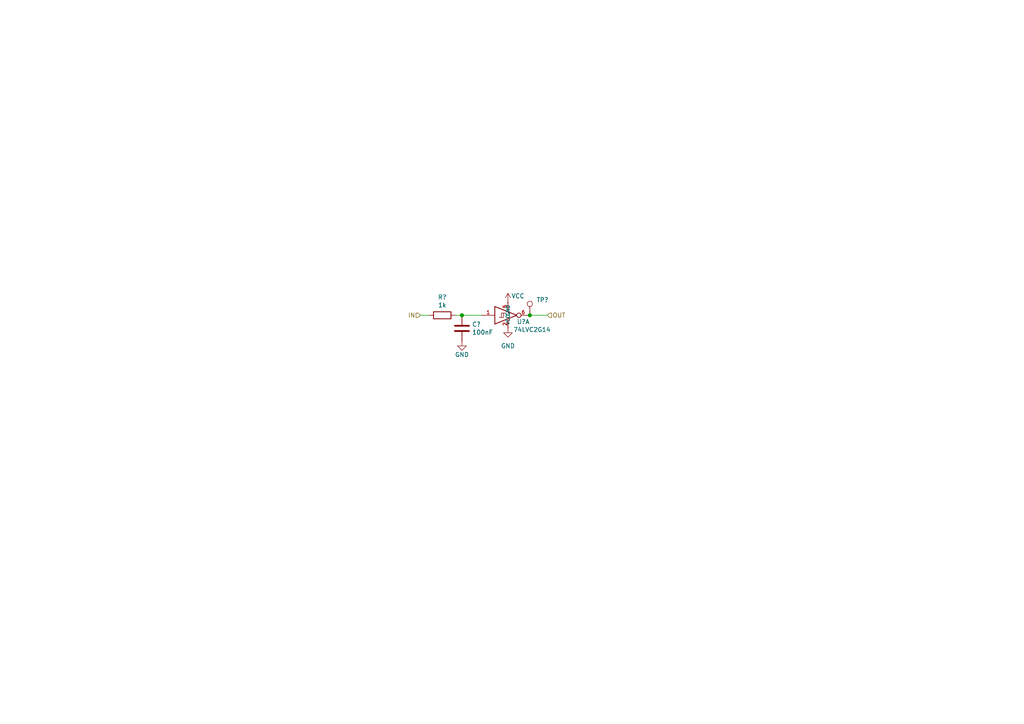
<source format=kicad_sch>
(kicad_sch (version 20201015) (generator eeschema)
  (paper "A4")
  (lib_symbols
    (symbol "74xGxx:74LVC2G14" (pin_names (offset 1.016))
      (property "Reference" "U" (at -11.43 -7.62 0))
      (property "Value" "74LVC2G14" (at 0 -12.7 0))
      (symbol "74LVC2G14_0_1"
        (polyline (pts (xy -1.905 -0.635) (xy -1.27 -0.635) (xy -1.27 0.635)))
        (polyline (pts (xy -3.81 2.54) (xy -3.81 -2.54) (xy 2.54 0) (xy -3.81 2.54)) (stroke (width 0.254)))
        (polyline (pts (xy -2.54 -0.635) (xy -1.905 -0.635) (xy -1.905 0.635) (xy -0.635 0.635)))
        (pin power_in line (at 0 -3.81 90) (length 2.54) (name "GND") (number "2"))
        (pin power_in line (at 0 3.81 270) (length 2.54) (name "VCC") (number "5"))
      )
      (symbol "74LVC2G14_1_1"
        (pin input line (at -7.62 0 0) (length 3.81) (name "~") (number "1"))
        (pin output inverted (at 6.35 0 180) (length 3.81) (name "~") (number "6"))
      )
      (symbol "74LVC2G14_2_1"
        (pin input line (at -7.62 0 0) (length 3.81) (name "~") (number "3"))
        (pin output inverted (at 6.35 0 180) (length 3.81) (name "~") (number "4"))
      )
    )
    (symbol "Connector:TestPoint" (pin_numbers hide) (pin_names (offset 0.762) hide)
      (property "Reference" "TP" (at 0 6.858 0))
      (property "Value" "TestPoint" (at 0 5.08 0))
      (symbol "TestPoint_0_1"
        (circle (center 0 3.302) (radius 0.762))
      )
      (symbol "TestPoint_1_1"
        (pin passive line (at 0 0 90) (length 2.54) (name "1") (number "1"))
      )
    )
    (symbol "Device:C" (pin_numbers hide) (pin_names (offset 0.254))
      (property "Reference" "C" (at 0.635 2.54 0))
      (property "Value" "C" (at 0.635 -2.54 0))
      (symbol "C_0_1"
        (polyline (pts (xy -2.032 -0.762) (xy 2.032 -0.762)) (stroke (width 0.508)))
        (polyline (pts (xy -2.032 0.762) (xy 2.032 0.762)) (stroke (width 0.508)))
      )
      (symbol "C_1_1"
        (pin passive line (at 0 3.81 270) (length 2.794) (name "~") (number "1"))
        (pin passive line (at 0 -3.81 90) (length 2.794) (name "~") (number "2"))
      )
    )
    (symbol "Device:R" (pin_numbers hide) (pin_names (offset 0))
      (property "Reference" "R" (at 2.032 0 90))
      (property "Value" "R" (at 0 0 90))
      (symbol "R_0_1"
        (rectangle (start -1.016 -2.54) (end 1.016 2.54) (stroke (width 0.254)))
      )
      (symbol "R_1_1"
        (pin passive line (at 0 3.81 270) (length 1.27) (name "~") (number "1"))
        (pin passive line (at 0 -3.81 90) (length 1.27) (name "~") (number "2"))
      )
    )
    (symbol "power:GND" (power) (pin_names (offset 0))
      (property "Value" "GND" (at 0 -3.81 0))
      (symbol "GND_0_1"
        (polyline (pts (xy 0 0) (xy 0 -1.27) (xy 1.27 -1.27) (xy 0 -2.54) (xy -1.27 -1.27) (xy 0 -1.27)))
      )
      (symbol "GND_1_1"
        (pin power_in line (at 0 0 270) (length 0) hide (name "GND") (number "1"))
      )
    )
    (symbol "power:VCC" (power) (pin_names (offset 0))
      (property "Value" "VCC" (at 0 3.81 0))
      (symbol "VCC_0_1"
        (polyline (pts (xy -0.762 1.27) (xy 0 2.54)))
        (polyline (pts (xy 0 0) (xy 0 2.54)))
        (polyline (pts (xy 0 2.54) (xy 0.762 1.27)))
      )
      (symbol "VCC_1_1"
        (pin power_in line (at 0 0 90) (length 0) hide (name "VCC") (number "1"))
      )
    )
  )
  (junction (at 133.985 91.44) (diameter 1.016))
  (junction (at 153.67 91.44) (diameter 1.016))
  (wire (pts (xy 121.92 91.44) (xy 124.46 91.44)))
  (wire (pts (xy 132.08 91.44) (xy 133.985 91.44)))
  (wire (pts (xy 133.985 91.44) (xy 139.7 91.44)))
  (wire (pts (xy 158.75 91.44) (xy 153.67 91.44)))
  (hierarchical_label "IN" (shape input) (at 121.92 91.44 180))
  (hierarchical_label "OUT" (shape input) (at 158.75 91.44 0))
  (symbol (lib_id "Connector:TestPoint") (at 153.67 91.44 0)
    (property "Reference" "TP?" (at 155.575 86.995 0) (effects (justify left)))
    (property "Value" "TestPoint" (effects hide))
    (property "Footprint" "TCY_connectors:TestPoint_Pad_D0.5mm" (effects hide))
  )
  (symbol (lib_id "power:VCC") (at 147.32 87.63 0)
    (property "Reference" "#PWR?" (effects hide))
    (property "Value" "VCC" (at 150.2283 85.8456 0))
  )
  (symbol (lib_id "power:GND") (at 133.985 99.06 0)
    (property "Reference" "#PWR?" (effects hide))
    (property "Value" "GND" (at 133.985 102.87 0))
  )
  (symbol (lib_id "power:GND") (at 147.32 95.25 0)
    (property "Reference" "#PWR?" (effects hide))
    (property "Value" "GND" (at 147.32 100.33 0))
  )
  (symbol (lib_id "Device:R") (at 128.27 91.44 270)
    (property "Reference" "R?" (at 128.27 86.1822 90))
    (property "Value" "1k" (at 128.27 88.4936 90))
    (property "Footprint" "Resistor_SMD:R_0603_1608Metric" (effects hide))
  )
  (symbol (lib_id "Device:C") (at 133.985 95.25 0)
    (property "Reference" "C?" (at 136.906 94.0816 0) (effects (justify left)))
    (property "Value" "100nF" (at 136.906 96.393 0) (effects (justify left)))
    (property "Footprint" "Capacitor_SMD:C_0603_1608Metric" (effects hide))
  )
  (symbol (lib_id "74xGxx:74LVC2G14") (at 147.32 91.44 0)
    (property "Reference" "U?" (at 151.765 93.326 0))
    (property "Value" "74LVC2G14" (at 154.305 95.6245 0))
    (property "Footprint" "Package_TO_SOT_SMD:SOT-363_SC-70-6" (effects hide))
    (property "Datasheet" "https://www.ti.com/lit/ds/symlink/sn74lvc2g14.pdf" (effects hide))
  )
)
</source>
